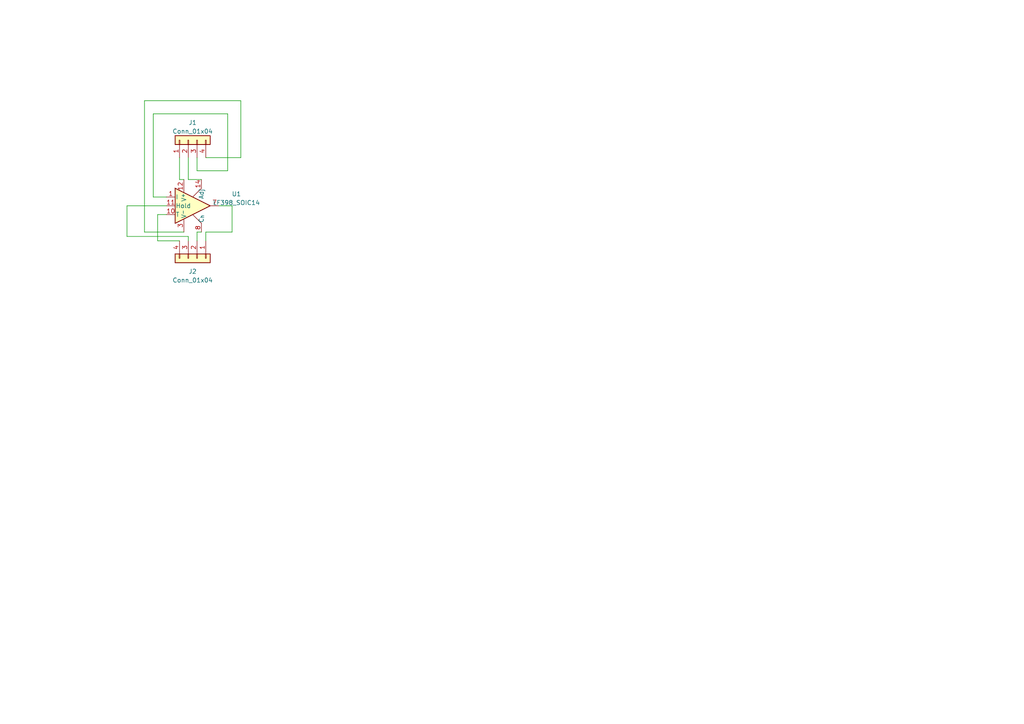
<source format=kicad_sch>
(kicad_sch (version 20230121) (generator eeschema)

  (uuid 81fc3a72-4c55-4eac-ae21-5b0f288a8e3b)

  (paper "A4")

  (lib_symbols
    (symbol "Analog:LF398_SOIC14" (pin_names (offset 0.127)) (in_bom yes) (on_board yes)
      (property "Reference" "U" (at 5.08 3.81 0)
        (effects (font (size 1.27 1.27)) (justify left))
      )
      (property "Value" "LF398_SOIC14" (at 5.08 -2.54 0)
        (effects (font (size 1.27 1.27)) (justify left))
      )
      (property "Footprint" "Package_SO:SOIC-14_3.9x8.7mm_P1.27mm" (at 0 0 0)
        (effects (font (size 1.27 1.27)) hide)
      )
      (property "Datasheet" "http://www.ti.com/lit/ds/symlink/lf398-n.pdf" (at 0 0 0)
        (effects (font (size 1.27 1.27)) hide)
      )
      (property "ki_keywords" "sample hold buffer unity gain" (at 0 0 0)
        (effects (font (size 1.27 1.27)) hide)
      )
      (property "ki_description" "Sample And Hold Unity Gain Follower, SOIC-14" (at 0 0 0)
        (effects (font (size 1.27 1.27)) hide)
      )
      (property "ki_fp_filters" "*SOIC*3.9x8.7mm*P1.27mm*" (at 0 0 0)
        (effects (font (size 1.27 1.27)) hide)
      )
      (symbol "LF398_SOIC14_0_1"
        (polyline
          (pts
            (xy 0 -2.54)
            (xy 2.54 -5.08)
          )
          (stroke (width 0) (type default))
          (fill (type none))
        )
        (polyline
          (pts
            (xy 2.54 5.08)
            (xy 0 2.54)
          )
          (stroke (width 0) (type default))
          (fill (type none))
        )
        (polyline
          (pts
            (xy -5.08 5.08)
            (xy 5.08 0)
            (xy -5.08 -5.08)
            (xy -5.08 5.08)
          )
          (stroke (width 0.254) (type default))
          (fill (type background))
        )
      )
      (symbol "LF398_SOIC14_1_1"
        (pin input line (at -7.62 2.54 0) (length 2.54)
          (name "I" (effects (font (size 1.27 1.27))))
          (number "1" (effects (font (size 1.27 1.27))))
        )
        (pin passive line (at -7.62 -2.54 0) (length 2.54)
          (name "T" (effects (font (size 1.27 1.27))))
          (number "10" (effects (font (size 1.27 1.27))))
        )
        (pin input line (at -7.62 0 0) (length 2.54)
          (name "Hold" (effects (font (size 1.27 1.27))))
          (number "11" (effects (font (size 1.27 1.27))))
        )
        (pin passive line (at -2.54 7.62 270) (length 3.81)
          (name "V^{+}" (effects (font (size 1.27 1.27))))
          (number "12" (effects (font (size 1.27 1.27))))
        )
        (pin no_connect line (at 0 -2.54 90) (length 2.54) hide
          (name "NC" (effects (font (size 1.27 1.27))))
          (number "13" (effects (font (size 1.27 1.27))))
        )
        (pin passive line (at 2.54 7.62 270) (length 2.54)
          (name "Adj" (effects (font (size 1.27 1.27))))
          (number "14" (effects (font (size 1.27 1.27))))
        )
        (pin no_connect line (at -5.08 2.54 270) (length 2.54) hide
          (name "NC" (effects (font (size 1.27 1.27))))
          (number "2" (effects (font (size 1.27 1.27))))
        )
        (pin passive line (at -2.54 -7.62 90) (length 3.81)
          (name "V^{-}" (effects (font (size 1.27 1.27))))
          (number "3" (effects (font (size 1.27 1.27))))
        )
        (pin no_connect line (at -2.54 2.54 270) (length 2.54) hide
          (name "NC" (effects (font (size 1.27 1.27))))
          (number "4" (effects (font (size 1.27 1.27))))
        )
        (pin no_connect line (at -5.08 -2.54 90) (length 2.54) hide
          (name "NC" (effects (font (size 1.27 1.27))))
          (number "5" (effects (font (size 1.27 1.27))))
        )
        (pin no_connect line (at -2.54 -2.54 90) (length 2.54) hide
          (name "NC" (effects (font (size 1.27 1.27))))
          (number "6" (effects (font (size 1.27 1.27))))
        )
        (pin output line (at 7.62 0 180) (length 2.54)
          (name "~" (effects (font (size 1.27 1.27))))
          (number "7" (effects (font (size 1.27 1.27))))
        )
        (pin passive line (at 2.54 -7.62 90) (length 2.54)
          (name "C_{h}" (effects (font (size 1.27 1.27))))
          (number "8" (effects (font (size 1.27 1.27))))
        )
        (pin no_connect line (at 0 2.54 270) (length 2.54) hide
          (name "NC" (effects (font (size 1.27 1.27))))
          (number "9" (effects (font (size 1.27 1.27))))
        )
      )
    )
    (symbol "Connector_Generic:Conn_01x04" (pin_names (offset 1.016) hide) (in_bom yes) (on_board yes)
      (property "Reference" "J" (at 0 5.08 0)
        (effects (font (size 1.27 1.27)))
      )
      (property "Value" "Conn_01x04" (at 0 -7.62 0)
        (effects (font (size 1.27 1.27)))
      )
      (property "Footprint" "" (at 0 0 0)
        (effects (font (size 1.27 1.27)) hide)
      )
      (property "Datasheet" "~" (at 0 0 0)
        (effects (font (size 1.27 1.27)) hide)
      )
      (property "ki_keywords" "connector" (at 0 0 0)
        (effects (font (size 1.27 1.27)) hide)
      )
      (property "ki_description" "Generic connector, single row, 01x04, script generated (kicad-library-utils/schlib/autogen/connector/)" (at 0 0 0)
        (effects (font (size 1.27 1.27)) hide)
      )
      (property "ki_fp_filters" "Connector*:*_1x??_*" (at 0 0 0)
        (effects (font (size 1.27 1.27)) hide)
      )
      (symbol "Conn_01x04_1_1"
        (rectangle (start -1.27 -4.953) (end 0 -5.207)
          (stroke (width 0.1524) (type default))
          (fill (type none))
        )
        (rectangle (start -1.27 -2.413) (end 0 -2.667)
          (stroke (width 0.1524) (type default))
          (fill (type none))
        )
        (rectangle (start -1.27 0.127) (end 0 -0.127)
          (stroke (width 0.1524) (type default))
          (fill (type none))
        )
        (rectangle (start -1.27 2.667) (end 0 2.413)
          (stroke (width 0.1524) (type default))
          (fill (type none))
        )
        (rectangle (start -1.27 3.81) (end 1.27 -6.35)
          (stroke (width 0.254) (type default))
          (fill (type background))
        )
        (pin passive line (at -5.08 2.54 0) (length 3.81)
          (name "Pin_1" (effects (font (size 1.27 1.27))))
          (number "1" (effects (font (size 1.27 1.27))))
        )
        (pin passive line (at -5.08 0 0) (length 3.81)
          (name "Pin_2" (effects (font (size 1.27 1.27))))
          (number "2" (effects (font (size 1.27 1.27))))
        )
        (pin passive line (at -5.08 -2.54 0) (length 3.81)
          (name "Pin_3" (effects (font (size 1.27 1.27))))
          (number "3" (effects (font (size 1.27 1.27))))
        )
        (pin passive line (at -5.08 -5.08 0) (length 3.81)
          (name "Pin_4" (effects (font (size 1.27 1.27))))
          (number "4" (effects (font (size 1.27 1.27))))
        )
      )
    )
  )


  (wire (pts (xy 66.04 33.02) (xy 44.45 33.02))
    (stroke (width 0) (type default))
    (uuid 0ace40bb-e6a7-42c9-b7db-ea60202d9fd0)
  )
  (wire (pts (xy 54.61 52.07) (xy 58.42 52.07))
    (stroke (width 0) (type default))
    (uuid 1dca9b06-40e8-4e90-ac6f-65f3b50d86fe)
  )
  (wire (pts (xy 45.72 69.85) (xy 45.72 62.23))
    (stroke (width 0) (type default))
    (uuid 25cf1a6e-ff79-418d-8863-2e1612ba1ebe)
  )
  (wire (pts (xy 41.91 29.21) (xy 41.91 67.31))
    (stroke (width 0) (type default))
    (uuid 3833840c-628a-4656-822a-b8d8249f316b)
  )
  (wire (pts (xy 57.15 69.85) (xy 57.15 67.31))
    (stroke (width 0) (type default))
    (uuid 38c0afbd-5ac9-4854-a74c-b7e1493b2340)
  )
  (wire (pts (xy 57.15 67.31) (xy 58.42 67.31))
    (stroke (width 0) (type default))
    (uuid 3ff96c1a-c76f-4c4f-a9cb-2e042de476fc)
  )
  (wire (pts (xy 69.85 45.72) (xy 69.85 29.21))
    (stroke (width 0) (type default))
    (uuid 451ca893-452f-46f9-827d-183d03d61c7b)
  )
  (wire (pts (xy 57.15 45.72) (xy 57.15 49.53))
    (stroke (width 0) (type default))
    (uuid 483109a1-6a59-4f83-9aea-f5bf0c645ae8)
  )
  (wire (pts (xy 54.61 68.58) (xy 54.61 69.85))
    (stroke (width 0) (type default))
    (uuid 49602c95-fe6d-40c2-870b-1103eff8e116)
  )
  (wire (pts (xy 48.26 59.69) (xy 36.83 59.69))
    (stroke (width 0) (type default))
    (uuid 4c9675ab-994c-44d8-bcd1-75a2612faa39)
  )
  (wire (pts (xy 59.69 45.72) (xy 69.85 45.72))
    (stroke (width 0) (type default))
    (uuid 512a5d09-3393-44b2-bf70-42026f0a37f8)
  )
  (wire (pts (xy 66.04 49.53) (xy 66.04 33.02))
    (stroke (width 0) (type default))
    (uuid 57b40675-b7c6-4d6d-905f-3bfcced8ba1f)
  )
  (wire (pts (xy 52.07 69.85) (xy 45.72 69.85))
    (stroke (width 0) (type default))
    (uuid 58bb3046-fb41-46b6-bdd8-5a7873852fe9)
  )
  (wire (pts (xy 45.72 62.23) (xy 48.26 62.23))
    (stroke (width 0) (type default))
    (uuid 59542ddb-c92f-4966-9896-0120e1dd489f)
  )
  (wire (pts (xy 67.31 67.31) (xy 67.31 59.69))
    (stroke (width 0) (type default))
    (uuid 6406089d-30eb-4af2-af8c-62598be36a7b)
  )
  (wire (pts (xy 54.61 45.72) (xy 54.61 52.07))
    (stroke (width 0) (type default))
    (uuid 66f37b0e-0077-44df-9214-018413d6e72d)
  )
  (wire (pts (xy 57.15 49.53) (xy 66.04 49.53))
    (stroke (width 0) (type default))
    (uuid 6b6641d1-0255-4734-9f9f-c7901c64d593)
  )
  (wire (pts (xy 59.69 67.31) (xy 67.31 67.31))
    (stroke (width 0) (type default))
    (uuid 6fa85c74-0a10-4a5f-99da-d80a598d1991)
  )
  (wire (pts (xy 69.85 29.21) (xy 41.91 29.21))
    (stroke (width 0) (type default))
    (uuid 9ca8ad5d-42a2-4cc8-8538-2a65ed4d30cb)
  )
  (wire (pts (xy 41.91 67.31) (xy 53.34 67.31))
    (stroke (width 0) (type default))
    (uuid bddc1733-eb1e-45fb-ae41-823b6246169a)
  )
  (wire (pts (xy 52.07 52.07) (xy 53.34 52.07))
    (stroke (width 0) (type default))
    (uuid c9c1dfdf-8451-4007-aece-5414369984a8)
  )
  (wire (pts (xy 52.07 45.72) (xy 52.07 52.07))
    (stroke (width 0) (type default))
    (uuid ca50829d-63ba-4ed1-88e9-0cbeb954ebd6)
  )
  (wire (pts (xy 63.5 59.69) (xy 67.31 59.69))
    (stroke (width 0) (type default))
    (uuid ccab1a57-eaf7-45e2-bf2b-daa36d77e417)
  )
  (wire (pts (xy 36.83 68.58) (xy 54.61 68.58))
    (stroke (width 0) (type default))
    (uuid cf257d8f-741d-4318-8631-4082d7b2aa38)
  )
  (wire (pts (xy 36.83 59.69) (xy 36.83 68.58))
    (stroke (width 0) (type default))
    (uuid d3f4fbd9-938e-4473-b014-68c6e8bd90be)
  )
  (wire (pts (xy 44.45 57.15) (xy 48.26 57.15))
    (stroke (width 0) (type default))
    (uuid d50d1aec-8efc-4653-92c5-435d6a8d8fcd)
  )
  (wire (pts (xy 44.45 33.02) (xy 44.45 57.15))
    (stroke (width 0) (type default))
    (uuid e21ccbf7-f35e-415a-b63a-ae809d63dbec)
  )
  (wire (pts (xy 59.69 69.85) (xy 59.69 67.31))
    (stroke (width 0) (type default))
    (uuid eb09192d-5614-4bc1-ac29-ef6df802db55)
  )

  (symbol (lib_id "Analog:LF398_SOIC14") (at 55.88 59.69 0) (unit 1)
    (in_bom yes) (on_board yes) (dnp no) (fields_autoplaced)
    (uuid 40a16d5b-3fc0-48fa-b4e3-a13fcea3bb4d)
    (property "Reference" "U1" (at 68.58 56.2611 0)
      (effects (font (size 1.27 1.27)))
    )
    (property "Value" "LF398_SOIC14" (at 68.58 58.8011 0)
      (effects (font (size 1.27 1.27)))
    )
    (property "Footprint" "Package_SO:SOIC-14_3.9x8.7mm_P1.27mm" (at 55.88 59.69 0)
      (effects (font (size 1.27 1.27)) hide)
    )
    (property "Datasheet" "http://www.ti.com/lit/ds/symlink/lf398-n.pdf" (at 55.88 59.69 0)
      (effects (font (size 1.27 1.27)) hide)
    )
    (pin "1" (uuid 036ebc71-6c77-4d91-b458-f19f02e0c69f))
    (pin "10" (uuid c9099770-ec4a-4768-837b-fc1c61f98a59))
    (pin "11" (uuid 0eb2ae73-8d40-4027-badc-f04528b436ec))
    (pin "12" (uuid 406a06aa-bb8a-4677-86d6-5a094f4ab498))
    (pin "13" (uuid 91aa00da-1e4b-4fdc-b344-b9399800fe25))
    (pin "14" (uuid 42a7433a-2aa8-4cde-af92-00104b64c906))
    (pin "2" (uuid a5bd9eac-796a-42f3-b618-5fdfaa108bfd))
    (pin "3" (uuid bb8c2bfd-c864-4d0e-96b0-0122091eecd1))
    (pin "4" (uuid d6198c9b-aac6-4a7a-ae91-3c64918284dd))
    (pin "5" (uuid 37614340-65ed-49cc-ad9f-5181c0e39112))
    (pin "6" (uuid 293834cb-27ae-4846-874b-741368a420d2))
    (pin "7" (uuid 85914bd9-ebb0-4665-beaf-29ca37da542b))
    (pin "8" (uuid 6d7de4e8-5909-4888-b521-b10302723b2d))
    (pin "9" (uuid d262e6b5-25e2-46a4-897f-d3f1b606a444))
    (instances
      (project "first_test"
        (path "/81fc3a72-4c55-4eac-ae21-5b0f288a8e3b"
          (reference "U1") (unit 1)
        )
      )
    )
  )

  (symbol (lib_id "Connector_Generic:Conn_01x04") (at 54.61 40.64 90) (unit 1)
    (in_bom yes) (on_board yes) (dnp no) (fields_autoplaced)
    (uuid b9837e9c-340a-4bbe-a6ba-22501bd4110f)
    (property "Reference" "J1" (at 55.88 35.56 90)
      (effects (font (size 1.27 1.27)))
    )
    (property "Value" "Conn_01x04" (at 55.88 38.1 90)
      (effects (font (size 1.27 1.27)))
    )
    (property "Footprint" "Connector_PinHeader_2.54mm:PinHeader_1x04_P2.54mm_Vertical" (at 54.61 40.64 0)
      (effects (font (size 1.27 1.27)) hide)
    )
    (property "Datasheet" "~" (at 54.61 40.64 0)
      (effects (font (size 1.27 1.27)) hide)
    )
    (pin "1" (uuid f3ac7375-a7ad-4538-866c-35b6a7f7c373))
    (pin "2" (uuid 1f7154f5-941f-4d86-a686-eab68f800bc4))
    (pin "3" (uuid 2e484c87-5b7f-4e77-bfe5-dbbb85c60e5b))
    (pin "4" (uuid 69cb9227-a7ff-4036-8ac3-5163f38135a2))
    (instances
      (project "first_test"
        (path "/81fc3a72-4c55-4eac-ae21-5b0f288a8e3b"
          (reference "J1") (unit 1)
        )
      )
    )
  )

  (symbol (lib_id "Connector_Generic:Conn_01x04") (at 57.15 74.93 270) (unit 1)
    (in_bom yes) (on_board yes) (dnp no) (fields_autoplaced)
    (uuid cece9567-cf3d-4497-946e-fa8bbc002d68)
    (property "Reference" "J2" (at 55.88 78.74 90)
      (effects (font (size 1.27 1.27)))
    )
    (property "Value" "Conn_01x04" (at 55.88 81.28 90)
      (effects (font (size 1.27 1.27)))
    )
    (property "Footprint" "Connector_PinHeader_2.54mm:PinHeader_1x04_P2.54mm_Vertical" (at 57.15 74.93 0)
      (effects (font (size 1.27 1.27)) hide)
    )
    (property "Datasheet" "~" (at 57.15 74.93 0)
      (effects (font (size 1.27 1.27)) hide)
    )
    (pin "1" (uuid dd7c51c4-3272-4b30-beda-5ad11adcb04c))
    (pin "2" (uuid a772daba-3ac6-425d-a0ef-b8c237919390))
    (pin "3" (uuid a466e96a-273a-4143-9d33-17b067a6ec2a))
    (pin "4" (uuid bc5c3060-5cc7-4cbb-8039-2c07a32b0ed5))
    (instances
      (project "first_test"
        (path "/81fc3a72-4c55-4eac-ae21-5b0f288a8e3b"
          (reference "J2") (unit 1)
        )
      )
    )
  )

  (sheet_instances
    (path "/" (page "1"))
  )
)

</source>
